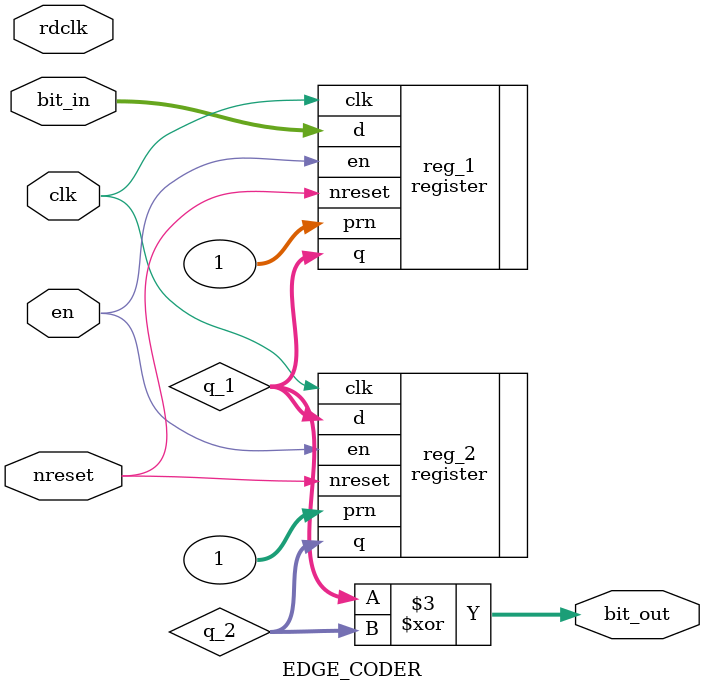
<source format=v>
module EDGE_CODER #(parameter N = 16)//, C = 16, vol_C = 8)
(
    nreset,
    en,
    clk,
    rdclk,
    bit_in,
    bit_out
);
    input wire nreset;
    input wire en;
    input wire clk;
    input wire rdclk;
    input wire [N-1:0] bit_in;
    output wire [N-1:0] bit_out;
    
    //wire en_in;
    //wire nreset_in;
    //assign nreset_in = en_in;
    //assign en_in = en;
    /*
    counter_locked # (.delay(C), .vol(vol_C)) unit_delay (
    .rdclk(rdclk),
    .nreset(nreset),
    .en(en),
    .clk(clk),
    .clk_out(en_in)
    );
    */
    
    register # ( .SIZE(N)) reg_1 (
        .q( q_1),
        .d( bit_in),
        //.en( en_in),
        //.nreset( nreset_in),
        .en( en),
        .nreset( nreset ),
        .prn( 1),
        .clk( clk)
    );
    
    wire [N-1:0] q_1,  q_2;
    
    register # ( .SIZE(N)) reg_2 (
        .q( q_2),
        .d( q_1),
        //.en( en_in),
        //.nreset( nreset_in),
        .en( en),
        .nreset( nreset),
        .prn( 1),
        .clk( clk)
    );
     
    assign bit_out = q_1 ^ q_2;
    
    
endmodule
</source>
